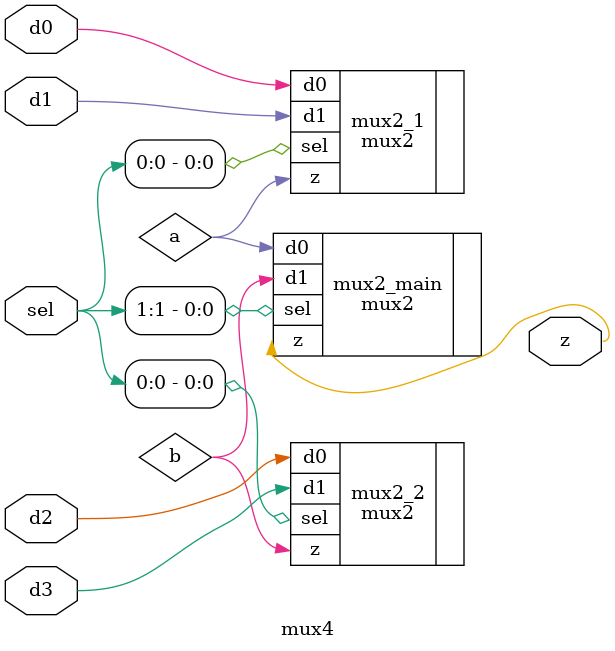
<source format=sv>
module mux4 (
    input logic d0,          // Data input 0
    input logic d1,          // Data input 1
    input logic d2,          // Data input 2
    input logic d3,          // Data input 3
    input logic [1:0] sel,   // Select input
    output logic z           // Output
);

// Put your code here
// ------------------
	logic a;
	logic b;
	
mux2 #()
	mux2_1(.d0(d0),.d1(d1),.sel(sel[0]),.z(a));
mux2 #()
	mux2_2(.d0(d2),.d1(d3),.sel(sel[0]),.z(b));
mux2 #()
	mux2_main(.d0(a),.d1(b),.sel(sel[1]),.z(z));
	

// End of your code

endmodule

</source>
